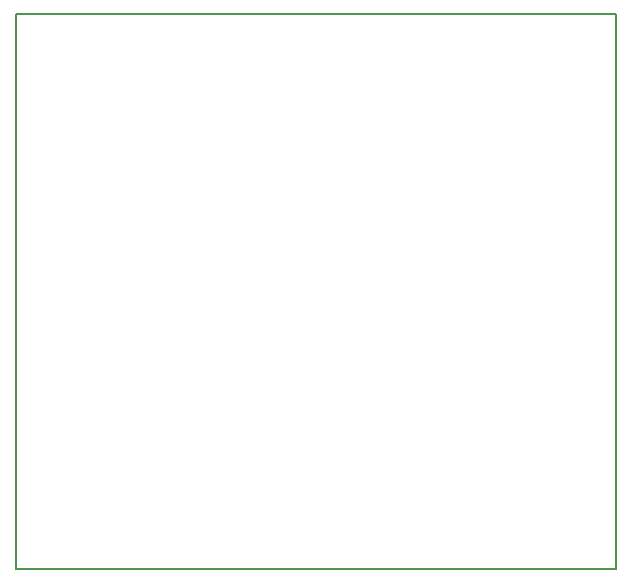
<source format=gm1>
G04 #@! TF.GenerationSoftware,KiCad,Pcbnew,5.0.0-rc2*
G04 #@! TF.CreationDate,2019-01-06T14:06:09-05:00*
G04 #@! TF.ProjectId,msp_shield,6D73705F736869656C642E6B69636164,rev?*
G04 #@! TF.SameCoordinates,Original*
G04 #@! TF.FileFunction,Profile,NP*
%FSLAX46Y46*%
G04 Gerber Fmt 4.6, Leading zero omitted, Abs format (unit mm)*
G04 Created by KiCad (PCBNEW 5.0.0-rc2) date Sun Jan  6 14:06:09 2019*
%MOMM*%
%LPD*%
G01*
G04 APERTURE LIST*
%ADD10C,0.150000*%
G04 APERTURE END LIST*
D10*
X111506000Y-109220000D02*
X111506000Y-100330000D01*
X162306000Y-109220000D02*
X111506000Y-109220000D01*
X111506000Y-62230000D02*
X116586000Y-62230000D01*
X111506000Y-100330000D02*
X111506000Y-62230000D01*
X162306000Y-62230000D02*
X116586000Y-62230000D01*
X162306000Y-66040000D02*
X162306000Y-62230000D01*
X162306000Y-109220000D02*
X162306000Y-66040000D01*
M02*

</source>
